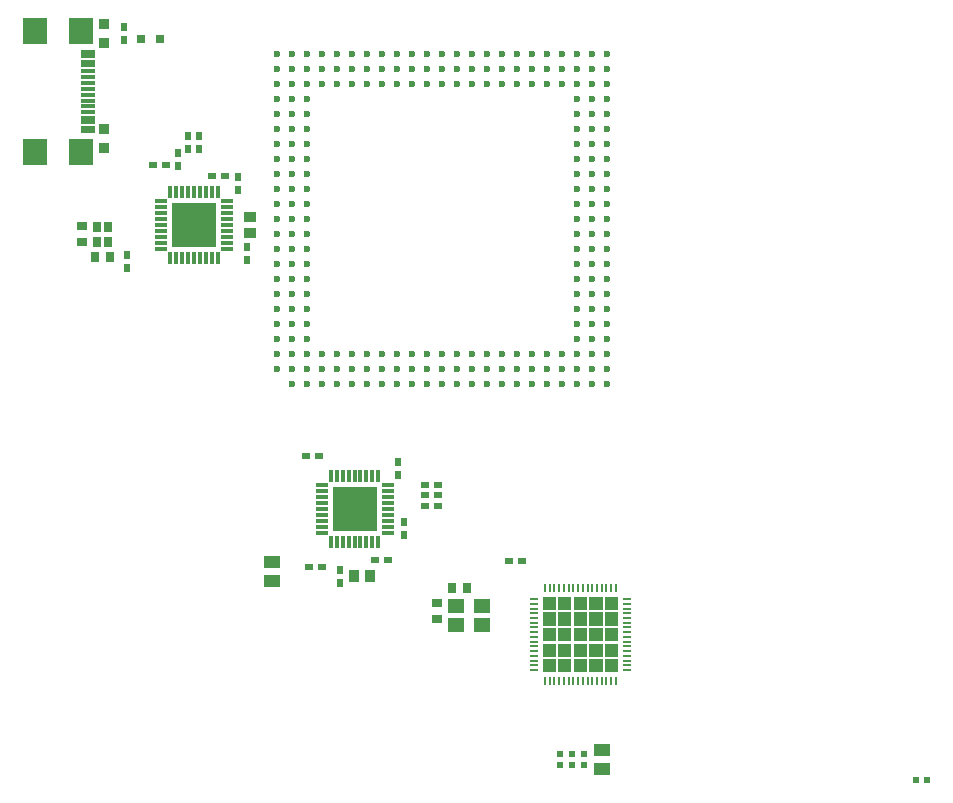
<source format=gbr>
%TF.GenerationSoftware,Altium Limited,Altium Designer,23.8.1 (32)*%
G04 Layer_Color=8421504*
%FSLAX45Y45*%
%MOMM*%
%TF.SameCoordinates,47205040-CD91-4698-B5C6-F5A5CD4DDF21*%
%TF.FilePolarity,Positive*%
%TF.FileFunction,Paste,Top*%
%TF.Part,Single*%
G01*
G75*
%TA.AperFunction,BGAPad,CuDef*%
%ADD11C,0.60000*%
%TA.AperFunction,SMDPad,CuDef*%
%ADD12R,0.56000X0.62000*%
%ADD13R,0.62000X0.56000*%
%ADD14R,1.47000X0.99000*%
%ADD15R,0.75000X0.60000*%
%TA.AperFunction,ConnectorPad*%
%ADD16R,1.15000X0.30000*%
%ADD17R,2.00000X2.18000*%
%TA.AperFunction,SMDPad,CuDef*%
%ADD18R,0.95000X0.85000*%
%ADD19R,0.60000X0.75000*%
%ADD20R,0.80000X0.80000*%
%ADD21R,3.80000X3.80000*%
%ADD22R,1.10000X0.30000*%
%ADD23R,0.30000X1.10000*%
%ADD24R,1.02000X0.87000*%
%ADD25R,0.80000X0.94000*%
%ADD26R,0.78000X0.88000*%
%ADD27R,0.94000X0.80000*%
%ADD28R,3.80000X3.80000*%
%ADD29R,0.87000X1.02000*%
%ADD31R,0.76200X0.20320*%
%ADD32R,0.20320X0.76200*%
%ADD33R,1.40000X1.15000*%
%ADD163R,0.02540X0.02540*%
G36*
X7630600Y4413090D02*
X7518520D01*
Y4525170D01*
X7630600D01*
Y4413090D01*
D02*
G37*
G36*
X7498520D02*
X7386440D01*
Y4525170D01*
X7498520D01*
Y4413090D01*
D02*
G37*
G36*
X7366440D02*
X7254360D01*
Y4525170D01*
X7366440D01*
Y4413090D01*
D02*
G37*
G36*
X7234360D02*
X7122280D01*
Y4525170D01*
X7234360D01*
Y4413090D01*
D02*
G37*
G36*
X7102280D02*
X6990200D01*
Y4525170D01*
X7102280D01*
Y4413090D01*
D02*
G37*
G36*
X7630600Y4281010D02*
X7518520D01*
Y4393090D01*
X7630600D01*
Y4281010D01*
D02*
G37*
G36*
X7498520D02*
X7386440D01*
Y4393090D01*
X7498520D01*
Y4281010D01*
D02*
G37*
G36*
X7366440D02*
X7254360D01*
Y4393090D01*
X7366440D01*
Y4281010D01*
D02*
G37*
G36*
X7234360D02*
X7122280D01*
Y4393090D01*
X7234360D01*
Y4281010D01*
D02*
G37*
G36*
X7102280D02*
X6990200D01*
Y4393090D01*
X7102280D01*
Y4281010D01*
D02*
G37*
G36*
X7630600Y4148930D02*
X7518520D01*
Y4261010D01*
X7630600D01*
Y4148930D01*
D02*
G37*
G36*
X7498520D02*
X7386440D01*
Y4261010D01*
X7498520D01*
Y4148930D01*
D02*
G37*
G36*
X7366440D02*
X7254360D01*
Y4261010D01*
X7366440D01*
Y4148930D01*
D02*
G37*
G36*
X7234360D02*
X7122280D01*
Y4261010D01*
X7234360D01*
Y4148930D01*
D02*
G37*
G36*
X7102280D02*
X6990200D01*
Y4261010D01*
X7102280D01*
Y4148930D01*
D02*
G37*
G36*
X7630600Y4016850D02*
X7518520D01*
Y4128930D01*
X7630600D01*
Y4016850D01*
D02*
G37*
G36*
X7498520D02*
X7386440D01*
Y4128930D01*
X7498520D01*
Y4016850D01*
D02*
G37*
G36*
X7366440D02*
X7254360D01*
Y4128930D01*
X7366440D01*
Y4016850D01*
D02*
G37*
G36*
X7234360D02*
X7122280D01*
Y4128930D01*
X7234360D01*
Y4016850D01*
D02*
G37*
G36*
X7102280D02*
X6990200D01*
Y4128930D01*
X7102280D01*
Y4016850D01*
D02*
G37*
G36*
X7630600Y3884770D02*
X7518520D01*
Y3996850D01*
X7630600D01*
Y3884770D01*
D02*
G37*
G36*
X7498520D02*
X7386440D01*
Y3996850D01*
X7498520D01*
Y3884770D01*
D02*
G37*
G36*
X7366440D02*
X7254360D01*
Y3996850D01*
X7366440D01*
Y3884770D01*
D02*
G37*
G36*
X7234360D02*
X7122280D01*
Y3996850D01*
X7234360D01*
Y3884770D01*
D02*
G37*
G36*
X7102280D02*
X6990200D01*
Y3996850D01*
X7102280D01*
Y3884770D01*
D02*
G37*
D11*
X7531100Y9118600D02*
D03*
Y8991600D02*
D03*
Y8864600D02*
D03*
Y8737600D02*
D03*
Y8610600D02*
D03*
Y8483600D02*
D03*
Y8356600D02*
D03*
Y8229600D02*
D03*
Y8102600D02*
D03*
Y7975600D02*
D03*
Y7848600D02*
D03*
Y7721600D02*
D03*
Y7594600D02*
D03*
Y7467600D02*
D03*
Y7340600D02*
D03*
Y7213600D02*
D03*
Y7086600D02*
D03*
Y6959600D02*
D03*
Y6832600D02*
D03*
Y6705600D02*
D03*
Y6578600D02*
D03*
Y6451600D02*
D03*
Y6324600D02*
D03*
X7404100Y9118600D02*
D03*
Y8991600D02*
D03*
Y8864600D02*
D03*
Y8737600D02*
D03*
Y8610600D02*
D03*
Y8483600D02*
D03*
Y8356600D02*
D03*
Y8229600D02*
D03*
Y8102600D02*
D03*
Y7975600D02*
D03*
Y7848600D02*
D03*
Y7721600D02*
D03*
Y7594600D02*
D03*
Y7467600D02*
D03*
Y7340600D02*
D03*
Y7213600D02*
D03*
Y7086600D02*
D03*
Y6959600D02*
D03*
Y6832600D02*
D03*
Y6705600D02*
D03*
Y6578600D02*
D03*
Y6451600D02*
D03*
Y6324600D02*
D03*
X7277100Y9118600D02*
D03*
Y8991600D02*
D03*
Y8864600D02*
D03*
Y8737600D02*
D03*
Y8610600D02*
D03*
Y8483600D02*
D03*
Y8356600D02*
D03*
Y8229600D02*
D03*
Y8102600D02*
D03*
Y7975600D02*
D03*
Y7848600D02*
D03*
Y7721600D02*
D03*
Y7594600D02*
D03*
Y7467600D02*
D03*
Y7340600D02*
D03*
Y7213600D02*
D03*
Y7086600D02*
D03*
Y6959600D02*
D03*
Y6832600D02*
D03*
Y6705600D02*
D03*
Y6578600D02*
D03*
Y6451600D02*
D03*
Y6324600D02*
D03*
X7150100Y9118600D02*
D03*
Y8991600D02*
D03*
Y8864600D02*
D03*
Y6578600D02*
D03*
Y6451600D02*
D03*
Y6324600D02*
D03*
X7023100Y9118600D02*
D03*
Y8991600D02*
D03*
Y8864600D02*
D03*
Y6578600D02*
D03*
Y6451600D02*
D03*
Y6324600D02*
D03*
X6896100Y9118600D02*
D03*
Y8991600D02*
D03*
Y8864600D02*
D03*
Y6578600D02*
D03*
Y6451600D02*
D03*
Y6324600D02*
D03*
X6769100Y9118600D02*
D03*
Y8991600D02*
D03*
Y8864600D02*
D03*
Y6578600D02*
D03*
Y6451600D02*
D03*
Y6324600D02*
D03*
X6642100Y9118600D02*
D03*
Y8991600D02*
D03*
Y8864600D02*
D03*
Y6578600D02*
D03*
Y6451600D02*
D03*
Y6324600D02*
D03*
X6515100Y9118600D02*
D03*
Y8991600D02*
D03*
Y8864600D02*
D03*
Y6578600D02*
D03*
Y6451600D02*
D03*
Y6324600D02*
D03*
X6388100Y9118600D02*
D03*
Y8991600D02*
D03*
Y8864600D02*
D03*
Y6578600D02*
D03*
Y6451600D02*
D03*
Y6324600D02*
D03*
X6261100Y9118600D02*
D03*
Y8991600D02*
D03*
Y8864600D02*
D03*
Y6578600D02*
D03*
Y6451600D02*
D03*
Y6324600D02*
D03*
X6134100Y9118600D02*
D03*
Y8991600D02*
D03*
Y8864600D02*
D03*
Y6578600D02*
D03*
Y6451600D02*
D03*
Y6324600D02*
D03*
X6007100Y9118600D02*
D03*
Y8991600D02*
D03*
Y8864600D02*
D03*
Y6578600D02*
D03*
Y6451600D02*
D03*
Y6324600D02*
D03*
X5880100Y9118600D02*
D03*
Y8991600D02*
D03*
Y8864600D02*
D03*
Y6578600D02*
D03*
Y6451600D02*
D03*
Y6324600D02*
D03*
X5753100Y9118600D02*
D03*
Y8991600D02*
D03*
Y8864600D02*
D03*
Y6578600D02*
D03*
Y6451600D02*
D03*
Y6324600D02*
D03*
X5626100Y9118600D02*
D03*
Y8991600D02*
D03*
Y8864600D02*
D03*
Y6578600D02*
D03*
Y6451600D02*
D03*
Y6324600D02*
D03*
X5499100Y9118600D02*
D03*
Y8991600D02*
D03*
Y8864600D02*
D03*
Y6578600D02*
D03*
Y6451600D02*
D03*
Y6324600D02*
D03*
X5372100Y9118600D02*
D03*
Y8991600D02*
D03*
Y8864600D02*
D03*
Y6578600D02*
D03*
Y6451600D02*
D03*
Y6324600D02*
D03*
X5245100Y9118600D02*
D03*
Y8991600D02*
D03*
Y8864600D02*
D03*
Y6578600D02*
D03*
Y6451600D02*
D03*
Y6324600D02*
D03*
X5118100Y9118600D02*
D03*
Y8991600D02*
D03*
Y8864600D02*
D03*
Y6578600D02*
D03*
Y6451600D02*
D03*
Y6324600D02*
D03*
X4991100Y9118600D02*
D03*
Y8991600D02*
D03*
Y8864600D02*
D03*
Y8737600D02*
D03*
Y8610600D02*
D03*
Y8483600D02*
D03*
Y8356600D02*
D03*
Y8229600D02*
D03*
Y8102600D02*
D03*
Y7975600D02*
D03*
Y7848600D02*
D03*
Y7721600D02*
D03*
Y7594600D02*
D03*
Y7467600D02*
D03*
Y7340600D02*
D03*
Y7213600D02*
D03*
Y7086600D02*
D03*
Y6959600D02*
D03*
Y6832600D02*
D03*
Y6705600D02*
D03*
Y6578600D02*
D03*
Y6451600D02*
D03*
Y6324600D02*
D03*
X4864100Y9118600D02*
D03*
Y8991600D02*
D03*
Y8864600D02*
D03*
Y8737600D02*
D03*
Y8610600D02*
D03*
Y8483600D02*
D03*
Y8356600D02*
D03*
Y8229600D02*
D03*
Y8102600D02*
D03*
Y7975600D02*
D03*
Y7848600D02*
D03*
Y7721600D02*
D03*
Y7594600D02*
D03*
Y7467600D02*
D03*
Y7340600D02*
D03*
Y7213600D02*
D03*
Y7086600D02*
D03*
Y6959600D02*
D03*
Y6832600D02*
D03*
Y6705600D02*
D03*
Y6578600D02*
D03*
Y6451600D02*
D03*
Y6324600D02*
D03*
X4737100Y9118600D02*
D03*
Y8991600D02*
D03*
Y8864600D02*
D03*
Y8737600D02*
D03*
Y8610600D02*
D03*
Y8483600D02*
D03*
Y8356600D02*
D03*
Y8229600D02*
D03*
Y8102600D02*
D03*
Y7975600D02*
D03*
Y7848600D02*
D03*
Y7721600D02*
D03*
Y7594600D02*
D03*
Y7467600D02*
D03*
Y7340600D02*
D03*
Y7213600D02*
D03*
Y7086600D02*
D03*
Y6959600D02*
D03*
Y6832600D02*
D03*
Y6705600D02*
D03*
Y6578600D02*
D03*
Y6451600D02*
D03*
D12*
X10246100Y2971800D02*
D03*
X10150100D02*
D03*
D13*
X7137400Y3101600D02*
D03*
Y3197600D02*
D03*
X7239000Y3101600D02*
D03*
Y3197600D02*
D03*
X7340600Y3101600D02*
D03*
Y3197600D02*
D03*
D14*
X7493000Y3067600D02*
D03*
Y3231600D02*
D03*
X4699000Y4819100D02*
D03*
Y4655100D02*
D03*
D15*
X5012300Y4775200D02*
D03*
X5122300D02*
D03*
X6100200Y5295900D02*
D03*
X5990200D02*
D03*
X4186800Y8089900D02*
D03*
X4296800D02*
D03*
X3801500Y8178800D02*
D03*
X3691500D02*
D03*
X5990200Y5473700D02*
D03*
X6100200D02*
D03*
X5681100Y4838700D02*
D03*
X5571100D02*
D03*
X4986900Y5715000D02*
D03*
X5096900D02*
D03*
X6100200Y5384800D02*
D03*
X5990200D02*
D03*
X6811400Y4826000D02*
D03*
X6701400D02*
D03*
D16*
X3138600Y9136100D02*
D03*
Y9056100D02*
D03*
Y8926100D02*
D03*
Y8826100D02*
D03*
Y8776100D02*
D03*
Y8676100D02*
D03*
Y8546100D02*
D03*
Y8466100D02*
D03*
Y8496100D02*
D03*
Y8576100D02*
D03*
Y8626100D02*
D03*
Y8726100D02*
D03*
Y8876100D02*
D03*
Y8976100D02*
D03*
Y9026100D02*
D03*
Y9106100D02*
D03*
D17*
X2688100Y9312100D02*
D03*
Y8290100D02*
D03*
X3081100Y9312100D02*
D03*
Y8290100D02*
D03*
D18*
X3276600Y9216400D02*
D03*
Y9376400D02*
D03*
Y8487400D02*
D03*
Y8327400D02*
D03*
D19*
X3441700Y9351400D02*
D03*
Y9241400D02*
D03*
X3898900Y8174600D02*
D03*
Y8284600D02*
D03*
X4076700Y8314300D02*
D03*
Y8424300D02*
D03*
X4483100Y7374500D02*
D03*
Y7484500D02*
D03*
X4406900Y8081400D02*
D03*
Y7971400D02*
D03*
X3467100Y7311000D02*
D03*
Y7421000D02*
D03*
X3987800Y8424300D02*
D03*
Y8314300D02*
D03*
X5816600Y5050400D02*
D03*
Y5160400D02*
D03*
X5270500Y4644000D02*
D03*
Y4754000D02*
D03*
X5765800Y5668400D02*
D03*
Y5558400D02*
D03*
D20*
X3750300Y9245600D02*
D03*
X3590300D02*
D03*
D21*
X4039200Y7671600D02*
D03*
D22*
X3759200Y7471600D02*
D03*
Y7521600D02*
D03*
Y7571600D02*
D03*
Y7621600D02*
D03*
Y7671600D02*
D03*
Y7721600D02*
D03*
Y7771600D02*
D03*
Y7821600D02*
D03*
Y7871600D02*
D03*
X4319200D02*
D03*
Y7821600D02*
D03*
Y7771600D02*
D03*
Y7721600D02*
D03*
Y7671600D02*
D03*
Y7621600D02*
D03*
Y7571600D02*
D03*
Y7521600D02*
D03*
Y7471600D02*
D03*
X5678100Y5467300D02*
D03*
Y5417300D02*
D03*
Y5367300D02*
D03*
Y5317300D02*
D03*
Y5267300D02*
D03*
Y5217300D02*
D03*
Y5167300D02*
D03*
Y5117300D02*
D03*
Y5067300D02*
D03*
X5118100D02*
D03*
Y5117300D02*
D03*
Y5167300D02*
D03*
Y5217300D02*
D03*
Y5267300D02*
D03*
Y5317300D02*
D03*
Y5367300D02*
D03*
Y5417300D02*
D03*
Y5467300D02*
D03*
D23*
X3839200Y7951600D02*
D03*
X3889200D02*
D03*
X3939200D02*
D03*
X3989200D02*
D03*
X4039200D02*
D03*
X4089200D02*
D03*
X4139200D02*
D03*
X4189200D02*
D03*
X4239200D02*
D03*
Y7391600D02*
D03*
X4189200D02*
D03*
X4139200D02*
D03*
X4089200D02*
D03*
X4039200D02*
D03*
X3989200D02*
D03*
X3939200D02*
D03*
X3889200D02*
D03*
X3839200D02*
D03*
X5198100Y5547300D02*
D03*
X5248100D02*
D03*
X5298100D02*
D03*
X5348100D02*
D03*
X5398100D02*
D03*
X5448100D02*
D03*
X5498100D02*
D03*
X5548100D02*
D03*
X5598100D02*
D03*
Y4987300D02*
D03*
X5548100D02*
D03*
X5498100D02*
D03*
X5448100D02*
D03*
X5398100D02*
D03*
X5348100D02*
D03*
X5298100D02*
D03*
X5248100D02*
D03*
X5198100D02*
D03*
D24*
X4508500Y7602800D02*
D03*
Y7738800D02*
D03*
D25*
X3196900Y7404100D02*
D03*
X3330900D02*
D03*
X6353500Y4597400D02*
D03*
X6219500D02*
D03*
D26*
X3214900Y7530600D02*
D03*
Y7658600D02*
D03*
X3312900D02*
D03*
Y7530600D02*
D03*
D27*
X3086100Y7527600D02*
D03*
Y7661600D02*
D03*
X6096000Y4339900D02*
D03*
Y4473900D02*
D03*
D28*
X5398100Y5267300D02*
D03*
D29*
X5393000Y4699000D02*
D03*
X5529000D02*
D03*
D31*
X6917970Y3904970D02*
D03*
Y3944970D02*
D03*
Y3984970D02*
D03*
Y4024970D02*
D03*
Y4064970D02*
D03*
Y4104970D02*
D03*
Y4144970D02*
D03*
Y4184970D02*
D03*
Y4224970D02*
D03*
Y4264970D02*
D03*
Y4304970D02*
D03*
Y4344970D02*
D03*
Y4384970D02*
D03*
Y4424970D02*
D03*
Y4464970D02*
D03*
Y4504970D02*
D03*
X7702830D02*
D03*
Y4464970D02*
D03*
Y4424970D02*
D03*
Y4384970D02*
D03*
Y4344970D02*
D03*
Y4304970D02*
D03*
Y4264970D02*
D03*
Y4224970D02*
D03*
Y4184970D02*
D03*
Y4144970D02*
D03*
Y4104970D02*
D03*
Y4064970D02*
D03*
Y4024970D02*
D03*
Y3984970D02*
D03*
Y3944970D02*
D03*
Y3904970D02*
D03*
D32*
X7010400Y4597400D02*
D03*
X7050400D02*
D03*
X7090400D02*
D03*
X7130400D02*
D03*
X7170400D02*
D03*
X7210400D02*
D03*
X7250400D02*
D03*
X7290400D02*
D03*
X7330400D02*
D03*
X7370400D02*
D03*
X7410400D02*
D03*
X7450400D02*
D03*
X7490400D02*
D03*
X7530400D02*
D03*
X7570400D02*
D03*
X7610400D02*
D03*
Y3812540D02*
D03*
X7570400D02*
D03*
X7530400D02*
D03*
X7490400D02*
D03*
X7450400D02*
D03*
X7410400D02*
D03*
X7370400D02*
D03*
X7330400D02*
D03*
X7290400D02*
D03*
X7250400D02*
D03*
X7210400D02*
D03*
X7170400D02*
D03*
X7130400D02*
D03*
X7090400D02*
D03*
X7050400D02*
D03*
X7010400D02*
D03*
D33*
X6252700Y4448800D02*
D03*
X6472700D02*
D03*
Y4288800D02*
D03*
X6252700D02*
D03*
D163*
X7310400Y4204970D02*
D03*
%TF.MD5,92e05d748feab32556356f0cee544e21*%
M02*

</source>
